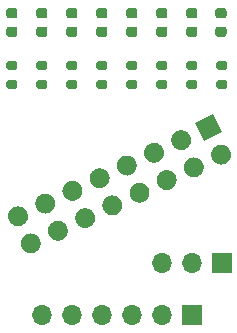
<source format=gbr>
%TF.GenerationSoftware,KiCad,Pcbnew,5.1.9+dfsg1-1*%
%TF.CreationDate,2022-01-13T23:22:55+01:00*%
%TF.ProjectId,8051_leds,38303531-5f6c-4656-9473-2e6b69636164,rev?*%
%TF.SameCoordinates,Original*%
%TF.FileFunction,Soldermask,Top*%
%TF.FilePolarity,Negative*%
%FSLAX46Y46*%
G04 Gerber Fmt 4.6, Leading zero omitted, Abs format (unit mm)*
G04 Created by KiCad (PCBNEW 5.1.9+dfsg1-1) date 2022-01-13 23:22:55*
%MOMM*%
%LPD*%
G01*
G04 APERTURE LIST*
%ADD10C,0.100000*%
%ADD11R,1.700000X1.700000*%
%ADD12O,1.700000X1.700000*%
G04 APERTURE END LIST*
D10*
%TO.C,J1*%
G36*
X136792413Y-102458864D02*
G01*
X138333136Y-101740413D01*
X139051587Y-103281136D01*
X137510864Y-103999587D01*
X136792413Y-102458864D01*
G37*
G36*
G01*
X138636224Y-104401660D02*
X138636224Y-104401660D01*
G75*
G02*
X139765812Y-104812796I359226J-770362D01*
G01*
X139765812Y-104812796D01*
G75*
G02*
X139354676Y-105942384I-770362J-359226D01*
G01*
X139354676Y-105942384D01*
G75*
G02*
X138225088Y-105531248I-359226J770362D01*
G01*
X138225088Y-105531248D01*
G75*
G02*
X138636224Y-104401660I770362J359226D01*
G01*
G37*
G36*
G01*
X135260752Y-103173088D02*
X135260752Y-103173088D01*
G75*
G02*
X136390340Y-103584224I359226J-770362D01*
G01*
X136390340Y-103584224D01*
G75*
G02*
X135979204Y-104713812I-770362J-359226D01*
G01*
X135979204Y-104713812D01*
G75*
G02*
X134849616Y-104302676I-359226J770362D01*
G01*
X134849616Y-104302676D01*
G75*
G02*
X135260752Y-103173088I770362J359226D01*
G01*
G37*
G36*
G01*
X136334203Y-105475110D02*
X136334203Y-105475110D01*
G75*
G02*
X137463791Y-105886246I359226J-770362D01*
G01*
X137463791Y-105886246D01*
G75*
G02*
X137052655Y-107015834I-770362J-359226D01*
G01*
X137052655Y-107015834D01*
G75*
G02*
X135923067Y-106604698I-359226J770362D01*
G01*
X135923067Y-106604698D01*
G75*
G02*
X136334203Y-105475110I770362J359226D01*
G01*
G37*
G36*
G01*
X132958730Y-104246539D02*
X132958730Y-104246539D01*
G75*
G02*
X134088318Y-104657675I359226J-770362D01*
G01*
X134088318Y-104657675D01*
G75*
G02*
X133677182Y-105787263I-770362J-359226D01*
G01*
X133677182Y-105787263D01*
G75*
G02*
X132547594Y-105376127I-359226J770362D01*
G01*
X132547594Y-105376127D01*
G75*
G02*
X132958730Y-104246539I770362J359226D01*
G01*
G37*
G36*
G01*
X134032181Y-106548561D02*
X134032181Y-106548561D01*
G75*
G02*
X135161769Y-106959697I359226J-770362D01*
G01*
X135161769Y-106959697D01*
G75*
G02*
X134750633Y-108089285I-770362J-359226D01*
G01*
X134750633Y-108089285D01*
G75*
G02*
X133621045Y-107678149I-359226J770362D01*
G01*
X133621045Y-107678149D01*
G75*
G02*
X134032181Y-106548561I770362J359226D01*
G01*
G37*
G36*
G01*
X130656709Y-105319989D02*
X130656709Y-105319989D01*
G75*
G02*
X131786297Y-105731125I359226J-770362D01*
G01*
X131786297Y-105731125D01*
G75*
G02*
X131375161Y-106860713I-770362J-359226D01*
G01*
X131375161Y-106860713D01*
G75*
G02*
X130245573Y-106449577I-359226J770362D01*
G01*
X130245573Y-106449577D01*
G75*
G02*
X130656709Y-105319989I770362J359226D01*
G01*
G37*
G36*
G01*
X131730159Y-107622011D02*
X131730159Y-107622011D01*
G75*
G02*
X132859747Y-108033147I359226J-770362D01*
G01*
X132859747Y-108033147D01*
G75*
G02*
X132448611Y-109162735I-770362J-359226D01*
G01*
X132448611Y-109162735D01*
G75*
G02*
X131319023Y-108751599I-359226J770362D01*
G01*
X131319023Y-108751599D01*
G75*
G02*
X131730159Y-107622011I770362J359226D01*
G01*
G37*
G36*
G01*
X128354687Y-106393440D02*
X128354687Y-106393440D01*
G75*
G02*
X129484275Y-106804576I359226J-770362D01*
G01*
X129484275Y-106804576D01*
G75*
G02*
X129073139Y-107934164I-770362J-359226D01*
G01*
X129073139Y-107934164D01*
G75*
G02*
X127943551Y-107523028I-359226J770362D01*
G01*
X127943551Y-107523028D01*
G75*
G02*
X128354687Y-106393440I770362J359226D01*
G01*
G37*
G36*
G01*
X129428137Y-108695461D02*
X129428137Y-108695461D01*
G75*
G02*
X130557725Y-109106597I359226J-770362D01*
G01*
X130557725Y-109106597D01*
G75*
G02*
X130146589Y-110236185I-770362J-359226D01*
G01*
X130146589Y-110236185D01*
G75*
G02*
X129017001Y-109825049I-359226J770362D01*
G01*
X129017001Y-109825049D01*
G75*
G02*
X129428137Y-108695461I770362J359226D01*
G01*
G37*
G36*
G01*
X126052665Y-107466890D02*
X126052665Y-107466890D01*
G75*
G02*
X127182253Y-107878026I359226J-770362D01*
G01*
X127182253Y-107878026D01*
G75*
G02*
X126771117Y-109007614I-770362J-359226D01*
G01*
X126771117Y-109007614D01*
G75*
G02*
X125641529Y-108596478I-359226J770362D01*
G01*
X125641529Y-108596478D01*
G75*
G02*
X126052665Y-107466890I770362J359226D01*
G01*
G37*
G36*
G01*
X127126115Y-109768912D02*
X127126115Y-109768912D01*
G75*
G02*
X128255703Y-110180048I359226J-770362D01*
G01*
X128255703Y-110180048D01*
G75*
G02*
X127844567Y-111309636I-770362J-359226D01*
G01*
X127844567Y-111309636D01*
G75*
G02*
X126714979Y-110898500I-359226J770362D01*
G01*
X126714979Y-110898500D01*
G75*
G02*
X127126115Y-109768912I770362J359226D01*
G01*
G37*
G36*
G01*
X123750643Y-108540340D02*
X123750643Y-108540340D01*
G75*
G02*
X124880231Y-108951476I359226J-770362D01*
G01*
X124880231Y-108951476D01*
G75*
G02*
X124469095Y-110081064I-770362J-359226D01*
G01*
X124469095Y-110081064D01*
G75*
G02*
X123339507Y-109669928I-359226J770362D01*
G01*
X123339507Y-109669928D01*
G75*
G02*
X123750643Y-108540340I770362J359226D01*
G01*
G37*
G36*
G01*
X124824094Y-110842362D02*
X124824094Y-110842362D01*
G75*
G02*
X125953682Y-111253498I359226J-770362D01*
G01*
X125953682Y-111253498D01*
G75*
G02*
X125542546Y-112383086I-770362J-359226D01*
G01*
X125542546Y-112383086D01*
G75*
G02*
X124412958Y-111971950I-359226J770362D01*
G01*
X124412958Y-111971950D01*
G75*
G02*
X124824094Y-110842362I770362J359226D01*
G01*
G37*
G36*
G01*
X121448622Y-109613791D02*
X121448622Y-109613791D01*
G75*
G02*
X122578210Y-110024927I359226J-770362D01*
G01*
X122578210Y-110024927D01*
G75*
G02*
X122167074Y-111154515I-770362J-359226D01*
G01*
X122167074Y-111154515D01*
G75*
G02*
X121037486Y-110743379I-359226J770362D01*
G01*
X121037486Y-110743379D01*
G75*
G02*
X121448622Y-109613791I770362J359226D01*
G01*
G37*
G36*
G01*
X122522072Y-111915812D02*
X122522072Y-111915812D01*
G75*
G02*
X123651660Y-112326948I359226J-770362D01*
G01*
X123651660Y-112326948D01*
G75*
G02*
X123240524Y-113456536I-770362J-359226D01*
G01*
X123240524Y-113456536D01*
G75*
G02*
X122110936Y-113045400I-359226J770362D01*
G01*
X122110936Y-113045400D01*
G75*
G02*
X122522072Y-111915812I770362J359226D01*
G01*
G37*
%TD*%
%TO.C,D1*%
G36*
G01*
X138728750Y-94330000D02*
X139241250Y-94330000D01*
G75*
G02*
X139460000Y-94548750I0J-218750D01*
G01*
X139460000Y-94986250D01*
G75*
G02*
X139241250Y-95205000I-218750J0D01*
G01*
X138728750Y-95205000D01*
G75*
G02*
X138510000Y-94986250I0J218750D01*
G01*
X138510000Y-94548750D01*
G75*
G02*
X138728750Y-94330000I218750J0D01*
G01*
G37*
G36*
G01*
X138728750Y-92755000D02*
X139241250Y-92755000D01*
G75*
G02*
X139460000Y-92973750I0J-218750D01*
G01*
X139460000Y-93411250D01*
G75*
G02*
X139241250Y-93630000I-218750J0D01*
G01*
X138728750Y-93630000D01*
G75*
G02*
X138510000Y-93411250I0J218750D01*
G01*
X138510000Y-92973750D01*
G75*
G02*
X138728750Y-92755000I218750J0D01*
G01*
G37*
%TD*%
%TO.C,D2*%
G36*
G01*
X128648750Y-92755000D02*
X129161250Y-92755000D01*
G75*
G02*
X129380000Y-92973750I0J-218750D01*
G01*
X129380000Y-93411250D01*
G75*
G02*
X129161250Y-93630000I-218750J0D01*
G01*
X128648750Y-93630000D01*
G75*
G02*
X128430000Y-93411250I0J218750D01*
G01*
X128430000Y-92973750D01*
G75*
G02*
X128648750Y-92755000I218750J0D01*
G01*
G37*
G36*
G01*
X128648750Y-94330000D02*
X129161250Y-94330000D01*
G75*
G02*
X129380000Y-94548750I0J-218750D01*
G01*
X129380000Y-94986250D01*
G75*
G02*
X129161250Y-95205000I-218750J0D01*
G01*
X128648750Y-95205000D01*
G75*
G02*
X128430000Y-94986250I0J218750D01*
G01*
X128430000Y-94548750D01*
G75*
G02*
X128648750Y-94330000I218750J0D01*
G01*
G37*
%TD*%
%TO.C,D3*%
G36*
G01*
X136268750Y-92755000D02*
X136781250Y-92755000D01*
G75*
G02*
X137000000Y-92973750I0J-218750D01*
G01*
X137000000Y-93411250D01*
G75*
G02*
X136781250Y-93630000I-218750J0D01*
G01*
X136268750Y-93630000D01*
G75*
G02*
X136050000Y-93411250I0J218750D01*
G01*
X136050000Y-92973750D01*
G75*
G02*
X136268750Y-92755000I218750J0D01*
G01*
G37*
G36*
G01*
X136268750Y-94330000D02*
X136781250Y-94330000D01*
G75*
G02*
X137000000Y-94548750I0J-218750D01*
G01*
X137000000Y-94986250D01*
G75*
G02*
X136781250Y-95205000I-218750J0D01*
G01*
X136268750Y-95205000D01*
G75*
G02*
X136050000Y-94986250I0J218750D01*
G01*
X136050000Y-94548750D01*
G75*
G02*
X136268750Y-94330000I218750J0D01*
G01*
G37*
%TD*%
%TO.C,D4*%
G36*
G01*
X126108750Y-94330000D02*
X126621250Y-94330000D01*
G75*
G02*
X126840000Y-94548750I0J-218750D01*
G01*
X126840000Y-94986250D01*
G75*
G02*
X126621250Y-95205000I-218750J0D01*
G01*
X126108750Y-95205000D01*
G75*
G02*
X125890000Y-94986250I0J218750D01*
G01*
X125890000Y-94548750D01*
G75*
G02*
X126108750Y-94330000I218750J0D01*
G01*
G37*
G36*
G01*
X126108750Y-92755000D02*
X126621250Y-92755000D01*
G75*
G02*
X126840000Y-92973750I0J-218750D01*
G01*
X126840000Y-93411250D01*
G75*
G02*
X126621250Y-93630000I-218750J0D01*
G01*
X126108750Y-93630000D01*
G75*
G02*
X125890000Y-93411250I0J218750D01*
G01*
X125890000Y-92973750D01*
G75*
G02*
X126108750Y-92755000I218750J0D01*
G01*
G37*
%TD*%
%TO.C,D5*%
G36*
G01*
X133728750Y-92755000D02*
X134241250Y-92755000D01*
G75*
G02*
X134460000Y-92973750I0J-218750D01*
G01*
X134460000Y-93411250D01*
G75*
G02*
X134241250Y-93630000I-218750J0D01*
G01*
X133728750Y-93630000D01*
G75*
G02*
X133510000Y-93411250I0J218750D01*
G01*
X133510000Y-92973750D01*
G75*
G02*
X133728750Y-92755000I218750J0D01*
G01*
G37*
G36*
G01*
X133728750Y-94330000D02*
X134241250Y-94330000D01*
G75*
G02*
X134460000Y-94548750I0J-218750D01*
G01*
X134460000Y-94986250D01*
G75*
G02*
X134241250Y-95205000I-218750J0D01*
G01*
X133728750Y-95205000D01*
G75*
G02*
X133510000Y-94986250I0J218750D01*
G01*
X133510000Y-94548750D01*
G75*
G02*
X133728750Y-94330000I218750J0D01*
G01*
G37*
%TD*%
%TO.C,D6*%
G36*
G01*
X123568750Y-94330000D02*
X124081250Y-94330000D01*
G75*
G02*
X124300000Y-94548750I0J-218750D01*
G01*
X124300000Y-94986250D01*
G75*
G02*
X124081250Y-95205000I-218750J0D01*
G01*
X123568750Y-95205000D01*
G75*
G02*
X123350000Y-94986250I0J218750D01*
G01*
X123350000Y-94548750D01*
G75*
G02*
X123568750Y-94330000I218750J0D01*
G01*
G37*
G36*
G01*
X123568750Y-92755000D02*
X124081250Y-92755000D01*
G75*
G02*
X124300000Y-92973750I0J-218750D01*
G01*
X124300000Y-93411250D01*
G75*
G02*
X124081250Y-93630000I-218750J0D01*
G01*
X123568750Y-93630000D01*
G75*
G02*
X123350000Y-93411250I0J218750D01*
G01*
X123350000Y-92973750D01*
G75*
G02*
X123568750Y-92755000I218750J0D01*
G01*
G37*
%TD*%
%TO.C,D7*%
G36*
G01*
X131188750Y-94330000D02*
X131701250Y-94330000D01*
G75*
G02*
X131920000Y-94548750I0J-218750D01*
G01*
X131920000Y-94986250D01*
G75*
G02*
X131701250Y-95205000I-218750J0D01*
G01*
X131188750Y-95205000D01*
G75*
G02*
X130970000Y-94986250I0J218750D01*
G01*
X130970000Y-94548750D01*
G75*
G02*
X131188750Y-94330000I218750J0D01*
G01*
G37*
G36*
G01*
X131188750Y-92755000D02*
X131701250Y-92755000D01*
G75*
G02*
X131920000Y-92973750I0J-218750D01*
G01*
X131920000Y-93411250D01*
G75*
G02*
X131701250Y-93630000I-218750J0D01*
G01*
X131188750Y-93630000D01*
G75*
G02*
X130970000Y-93411250I0J218750D01*
G01*
X130970000Y-92973750D01*
G75*
G02*
X131188750Y-92755000I218750J0D01*
G01*
G37*
%TD*%
%TO.C,D8*%
G36*
G01*
X121028750Y-92755000D02*
X121541250Y-92755000D01*
G75*
G02*
X121760000Y-92973750I0J-218750D01*
G01*
X121760000Y-93411250D01*
G75*
G02*
X121541250Y-93630000I-218750J0D01*
G01*
X121028750Y-93630000D01*
G75*
G02*
X120810000Y-93411250I0J218750D01*
G01*
X120810000Y-92973750D01*
G75*
G02*
X121028750Y-92755000I218750J0D01*
G01*
G37*
G36*
G01*
X121028750Y-94330000D02*
X121541250Y-94330000D01*
G75*
G02*
X121760000Y-94548750I0J-218750D01*
G01*
X121760000Y-94986250D01*
G75*
G02*
X121541250Y-95205000I-218750J0D01*
G01*
X121028750Y-95205000D01*
G75*
G02*
X120810000Y-94986250I0J218750D01*
G01*
X120810000Y-94548750D01*
G75*
G02*
X121028750Y-94330000I218750J0D01*
G01*
G37*
%TD*%
%TO.C,R1*%
G36*
G01*
X139340000Y-98000000D02*
X138790000Y-98000000D01*
G75*
G02*
X138590000Y-97800000I0J200000D01*
G01*
X138590000Y-97400000D01*
G75*
G02*
X138790000Y-97200000I200000J0D01*
G01*
X139340000Y-97200000D01*
G75*
G02*
X139540000Y-97400000I0J-200000D01*
G01*
X139540000Y-97800000D01*
G75*
G02*
X139340000Y-98000000I-200000J0D01*
G01*
G37*
G36*
G01*
X139340000Y-99650000D02*
X138790000Y-99650000D01*
G75*
G02*
X138590000Y-99450000I0J200000D01*
G01*
X138590000Y-99050000D01*
G75*
G02*
X138790000Y-98850000I200000J0D01*
G01*
X139340000Y-98850000D01*
G75*
G02*
X139540000Y-99050000I0J-200000D01*
G01*
X139540000Y-99450000D01*
G75*
G02*
X139340000Y-99650000I-200000J0D01*
G01*
G37*
%TD*%
%TO.C,R2*%
G36*
G01*
X129180000Y-99650000D02*
X128630000Y-99650000D01*
G75*
G02*
X128430000Y-99450000I0J200000D01*
G01*
X128430000Y-99050000D01*
G75*
G02*
X128630000Y-98850000I200000J0D01*
G01*
X129180000Y-98850000D01*
G75*
G02*
X129380000Y-99050000I0J-200000D01*
G01*
X129380000Y-99450000D01*
G75*
G02*
X129180000Y-99650000I-200000J0D01*
G01*
G37*
G36*
G01*
X129180000Y-98000000D02*
X128630000Y-98000000D01*
G75*
G02*
X128430000Y-97800000I0J200000D01*
G01*
X128430000Y-97400000D01*
G75*
G02*
X128630000Y-97200000I200000J0D01*
G01*
X129180000Y-97200000D01*
G75*
G02*
X129380000Y-97400000I0J-200000D01*
G01*
X129380000Y-97800000D01*
G75*
G02*
X129180000Y-98000000I-200000J0D01*
G01*
G37*
%TD*%
%TO.C,R3*%
G36*
G01*
X136800000Y-99650000D02*
X136250000Y-99650000D01*
G75*
G02*
X136050000Y-99450000I0J200000D01*
G01*
X136050000Y-99050000D01*
G75*
G02*
X136250000Y-98850000I200000J0D01*
G01*
X136800000Y-98850000D01*
G75*
G02*
X137000000Y-99050000I0J-200000D01*
G01*
X137000000Y-99450000D01*
G75*
G02*
X136800000Y-99650000I-200000J0D01*
G01*
G37*
G36*
G01*
X136800000Y-98000000D02*
X136250000Y-98000000D01*
G75*
G02*
X136050000Y-97800000I0J200000D01*
G01*
X136050000Y-97400000D01*
G75*
G02*
X136250000Y-97200000I200000J0D01*
G01*
X136800000Y-97200000D01*
G75*
G02*
X137000000Y-97400000I0J-200000D01*
G01*
X137000000Y-97800000D01*
G75*
G02*
X136800000Y-98000000I-200000J0D01*
G01*
G37*
%TD*%
%TO.C,R4*%
G36*
G01*
X126640000Y-98000000D02*
X126090000Y-98000000D01*
G75*
G02*
X125890000Y-97800000I0J200000D01*
G01*
X125890000Y-97400000D01*
G75*
G02*
X126090000Y-97200000I200000J0D01*
G01*
X126640000Y-97200000D01*
G75*
G02*
X126840000Y-97400000I0J-200000D01*
G01*
X126840000Y-97800000D01*
G75*
G02*
X126640000Y-98000000I-200000J0D01*
G01*
G37*
G36*
G01*
X126640000Y-99650000D02*
X126090000Y-99650000D01*
G75*
G02*
X125890000Y-99450000I0J200000D01*
G01*
X125890000Y-99050000D01*
G75*
G02*
X126090000Y-98850000I200000J0D01*
G01*
X126640000Y-98850000D01*
G75*
G02*
X126840000Y-99050000I0J-200000D01*
G01*
X126840000Y-99450000D01*
G75*
G02*
X126640000Y-99650000I-200000J0D01*
G01*
G37*
%TD*%
%TO.C,R5*%
G36*
G01*
X134260000Y-98000000D02*
X133710000Y-98000000D01*
G75*
G02*
X133510000Y-97800000I0J200000D01*
G01*
X133510000Y-97400000D01*
G75*
G02*
X133710000Y-97200000I200000J0D01*
G01*
X134260000Y-97200000D01*
G75*
G02*
X134460000Y-97400000I0J-200000D01*
G01*
X134460000Y-97800000D01*
G75*
G02*
X134260000Y-98000000I-200000J0D01*
G01*
G37*
G36*
G01*
X134260000Y-99650000D02*
X133710000Y-99650000D01*
G75*
G02*
X133510000Y-99450000I0J200000D01*
G01*
X133510000Y-99050000D01*
G75*
G02*
X133710000Y-98850000I200000J0D01*
G01*
X134260000Y-98850000D01*
G75*
G02*
X134460000Y-99050000I0J-200000D01*
G01*
X134460000Y-99450000D01*
G75*
G02*
X134260000Y-99650000I-200000J0D01*
G01*
G37*
%TD*%
%TO.C,R6*%
G36*
G01*
X124100000Y-99650000D02*
X123550000Y-99650000D01*
G75*
G02*
X123350000Y-99450000I0J200000D01*
G01*
X123350000Y-99050000D01*
G75*
G02*
X123550000Y-98850000I200000J0D01*
G01*
X124100000Y-98850000D01*
G75*
G02*
X124300000Y-99050000I0J-200000D01*
G01*
X124300000Y-99450000D01*
G75*
G02*
X124100000Y-99650000I-200000J0D01*
G01*
G37*
G36*
G01*
X124100000Y-98000000D02*
X123550000Y-98000000D01*
G75*
G02*
X123350000Y-97800000I0J200000D01*
G01*
X123350000Y-97400000D01*
G75*
G02*
X123550000Y-97200000I200000J0D01*
G01*
X124100000Y-97200000D01*
G75*
G02*
X124300000Y-97400000I0J-200000D01*
G01*
X124300000Y-97800000D01*
G75*
G02*
X124100000Y-98000000I-200000J0D01*
G01*
G37*
%TD*%
%TO.C,R7*%
G36*
G01*
X131720000Y-99650000D02*
X131170000Y-99650000D01*
G75*
G02*
X130970000Y-99450000I0J200000D01*
G01*
X130970000Y-99050000D01*
G75*
G02*
X131170000Y-98850000I200000J0D01*
G01*
X131720000Y-98850000D01*
G75*
G02*
X131920000Y-99050000I0J-200000D01*
G01*
X131920000Y-99450000D01*
G75*
G02*
X131720000Y-99650000I-200000J0D01*
G01*
G37*
G36*
G01*
X131720000Y-98000000D02*
X131170000Y-98000000D01*
G75*
G02*
X130970000Y-97800000I0J200000D01*
G01*
X130970000Y-97400000D01*
G75*
G02*
X131170000Y-97200000I200000J0D01*
G01*
X131720000Y-97200000D01*
G75*
G02*
X131920000Y-97400000I0J-200000D01*
G01*
X131920000Y-97800000D01*
G75*
G02*
X131720000Y-98000000I-200000J0D01*
G01*
G37*
%TD*%
%TO.C,R8*%
G36*
G01*
X121560000Y-98000000D02*
X121010000Y-98000000D01*
G75*
G02*
X120810000Y-97800000I0J200000D01*
G01*
X120810000Y-97400000D01*
G75*
G02*
X121010000Y-97200000I200000J0D01*
G01*
X121560000Y-97200000D01*
G75*
G02*
X121760000Y-97400000I0J-200000D01*
G01*
X121760000Y-97800000D01*
G75*
G02*
X121560000Y-98000000I-200000J0D01*
G01*
G37*
G36*
G01*
X121560000Y-99650000D02*
X121010000Y-99650000D01*
G75*
G02*
X120810000Y-99450000I0J200000D01*
G01*
X120810000Y-99050000D01*
G75*
G02*
X121010000Y-98850000I200000J0D01*
G01*
X121560000Y-98850000D01*
G75*
G02*
X121760000Y-99050000I0J-200000D01*
G01*
X121760000Y-99450000D01*
G75*
G02*
X121560000Y-99650000I-200000J0D01*
G01*
G37*
%TD*%
D11*
%TO.C,J2*%
X139065000Y-114300000D03*
D12*
X136525000Y-114300000D03*
X133985000Y-114300000D03*
%TD*%
D11*
%TO.C,J3*%
X136525000Y-118745000D03*
D12*
X133985000Y-118745000D03*
X131445000Y-118745000D03*
X128905000Y-118745000D03*
X126365000Y-118745000D03*
X123825000Y-118745000D03*
%TD*%
M02*

</source>
